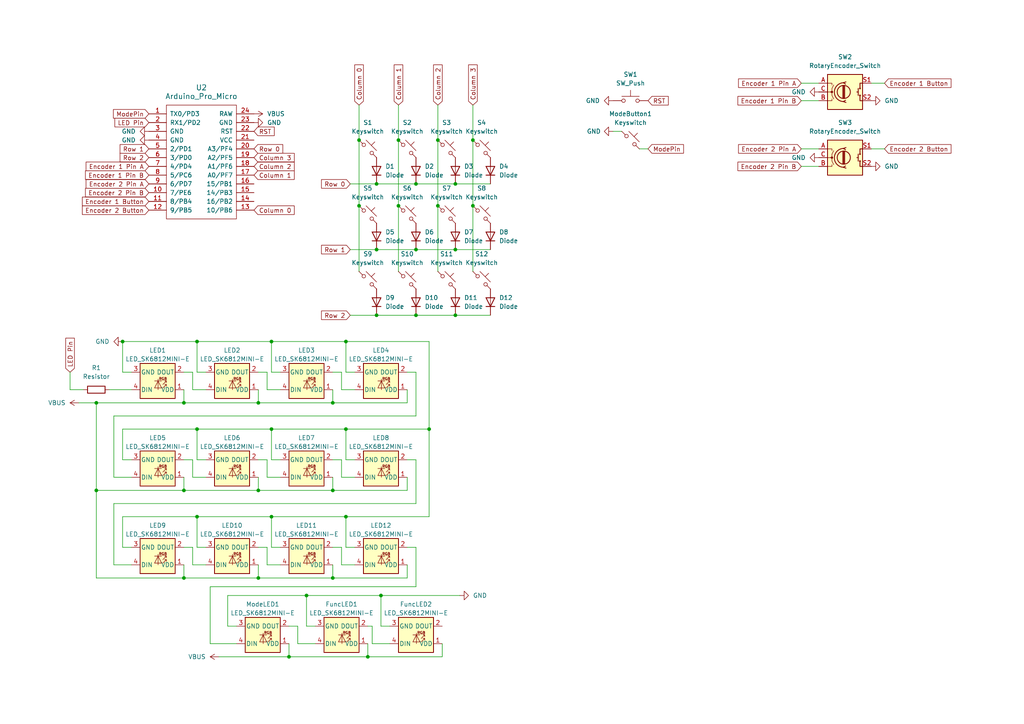
<source format=kicad_sch>
(kicad_sch (version 20230121) (generator eeschema)
  (paper "A4")
  (title_block (title "Macro PCB") (date "2024-04-06") (rev "2.2.001"))
  (lib_symbols
    (symbol "Device:RotaryEncoder_Switch" (pin_names (offset 0.254) hide)
      (property "Reference" "SW" (at 0 6.604 0))
      (property "Value" "RotaryEncoder_Switch" (at 0 -6.604 0))
      (symbol "RotaryEncoder_Switch_0_1"
        (rectangle (start -5.08 5.08) (end 5.08 -5.08) (stroke (width 0.254)) (fill (type background)))
        (circle (center -3.81 0) (radius 0.254) (fill (type outline)))
        (circle (center -0.381 0) (radius 1.905) (stroke (width 0.254)))
        (arc (start -0.381 2.667) (mid -3.0988 -0.0635) (end -0.381 -2.794) (stroke (width 0.254)))
        (polyline (pts (xy -0.635 -1.778) (xy -0.635 1.778)) (stroke (width 0.254)))
        (polyline (pts (xy -0.381 -1.778) (xy -0.381 1.778)) (stroke (width 0.254)))
        (polyline (pts (xy -0.127 1.778) (xy -0.127 -1.778)) (stroke (width 0.254)))
        (polyline (pts (xy 3.81 0) (xy 3.429 0)) (stroke (width 0.254)))
        (polyline (pts (xy 3.81 1.016) (xy 3.81 -1.016)) (stroke (width 0.254)))
        (polyline (pts (xy -5.08 -2.54) (xy -3.81 -2.54) (xy -3.81 -2.032)))
        (polyline (pts (xy -5.08 2.54) (xy -3.81 2.54) (xy -3.81 2.032)))
        (polyline (pts (xy 0.254 -3.048) (xy -0.508 -2.794) (xy 0.127 -2.413)) (stroke (width 0.254)))
        (polyline (pts (xy 0.254 2.921) (xy -0.508 2.667) (xy 0.127 2.286)) (stroke (width 0.254)))
        (polyline (pts (xy 5.08 -2.54) (xy 4.318 -2.54) (xy 4.318 -1.016)) (stroke (width 0.254)))
        (polyline (pts (xy 5.08 2.54) (xy 4.318 2.54) (xy 4.318 1.016)) (stroke (width 0.254)))
        (polyline (pts (xy -5.08 0) (xy -3.81 0) (xy -3.81 -1.016) (xy -3.302 -2.032)))
        (polyline (pts (xy -4.318 0) (xy -3.81 0) (xy -3.81 1.016) (xy -3.302 2.032)))
        (circle (center 4.318 -1.016) (radius 0.127) (stroke (width 0.254)))
        (circle (center 4.318 1.016) (radius 0.127) (stroke (width 0.254)))
      )
      (symbol "RotaryEncoder_Switch_1_1"
        (pin passive line (at -7.62 2.54 0) (length 2.54) (name "A") (number "A"))
        (pin passive line (at -7.62 -2.54 0) (length 2.54) (name "B") (number "B"))
        (pin passive line (at -7.62 0 0) (length 2.54) (name "C") (number "C"))
        (pin passive line (at 7.62 2.54 180) (length 2.54) (name "S1") (number "S1"))
        (pin passive line (at 7.62 -2.54 180) (length 2.54) (name "S2") (number "S2"))
      )
    )
    (symbol "ScottoKeebs:LED_SK6812MINI-E" (pin_names (offset 0.254))
      (property "Reference" "D" (at 5.08 5.715 0))
      (property "Value" "LED_SK6812MINI-E" (at 1.27 -5.715 0))
      (symbol "LED_SK6812MINI-E_0_0"
        (text "RGB" (at -1.524 -0.635 0) (effects (font (size 0.762 0.762))))
      )
      (symbol "LED_SK6812MINI-E_0_1"
        (rectangle (start -5.08 5.08) (end 5.08 -5.08) (stroke (width 0.254)) (fill (type background)))
        (polyline (pts (xy -2.54 0) (xy -2.032 0)))
        (polyline (pts (xy -2.54 1.016) (xy -2.032 1.016)))
        (polyline (pts (xy 0.889 0) (xy -1.143 0)))
        (polyline (pts (xy -1.524 1.016) (xy -2.54 0) (xy -2.54 0.508)))
        (polyline (pts (xy -1.524 2.032) (xy -2.54 1.016) (xy -2.54 1.524)))
        (polyline (pts (xy -0.127 2.54) (xy -0.127 0) (xy -0.127 -0.508)))
        (polyline (pts (xy 0.889 2.032) (xy -1.143 2.032) (xy -0.127 0) (xy 0.889 2.032)))
      )
      (symbol "LED_SK6812MINI-E_1_1"
        (pin power_in line (at -7.62 2.54 0) (length 2.54) (name "VDD") (number "1"))
        (pin output line (at -7.62 -2.54 0) (length 2.54) (name "DOUT") (number "2"))
        (pin output line (at 7.62 -2.54 180) (length 2.54) (name "GND") (number "3"))
        (pin input line (at 7.62 2.54 180) (length 2.54) (name "DIN") (number "4"))
      )
    )
    (symbol "ScottoKeebs:MCU_Arduino_Pro_Micro" (pin_names (offset 1.016))
      (property "Reference" "U" (at 0 0 0))
      (property "Value" "Arduino_Pro_Micro" (at 0 -19.05 0))
      (symbol "MCU_Arduino_Pro_Micro_0_1"
        (rectangle (start -10.16 16.51) (end 10.16 -16.51))
      )
      (symbol "MCU_Arduino_Pro_Micro_1_1"
        (pin input line (at -15.24 13.97 0) (length 5.08) (name "TX0/PD3") (number "1"))
        (pin input line (at -15.24 -8.89 0) (length 5.08) (name "7/PE6") (number "10"))
        (pin input line (at -15.24 -11.43 0) (length 5.08) (name "8/PB4") (number "11"))
        (pin input line (at -15.24 -13.97 0) (length 5.08) (name "9/PB5") (number "12"))
        (pin input line (at 15.24 -13.97 180) (length 5.08) (name "10/PB6") (number "13"))
        (pin input line (at 15.24 -11.43 180) (length 5.08) (name "16/PB2") (number "14"))
        (pin input line (at 15.24 -8.89 180) (length 5.08) (name "14/PB3") (number "15"))
        (pin input line (at 15.24 -6.35 180) (length 5.08) (name "15/PB1") (number "16"))
        (pin input line (at 15.24 -3.81 180) (length 5.08) (name "A0/PF7") (number "17"))
        (pin input line (at 15.24 -1.27 180) (length 5.08) (name "A1/PF6") (number "18"))
        (pin input line (at 15.24 1.27 180) (length 5.08) (name "A2/PF5") (number "19"))
        (pin input line (at -15.24 11.43 0) (length 5.08) (name "RX1/PD2") (number "2"))
        (pin input line (at 15.24 3.81 180) (length 5.08) (name "A3/PF4") (number "20"))
        (pin input line (at 15.24 6.35 180) (length 5.08) (name "VCC") (number "21"))
        (pin input line (at 15.24 8.89 180) (length 5.08) (name "RST") (number "22"))
        (pin input line (at 15.24 11.43 180) (length 5.08) (name "GND") (number "23"))
        (pin input line (at 15.24 13.97 180) (length 5.08) (name "RAW") (number "24"))
        (pin input line (at -15.24 8.89 0) (length 5.08) (name "GND") (number "3"))
        (pin input line (at -15.24 6.35 0) (length 5.08) (name "GND") (number "4"))
        (pin input line (at -15.24 3.81 0) (length 5.08) (name "2/PD1") (number "5"))
        (pin input line (at -15.24 1.27 0) (length 5.08) (name "3/PD0") (number "6"))
        (pin input line (at -15.24 -1.27 0) (length 5.08) (name "4/PD4") (number "7"))
        (pin input line (at -15.24 -3.81 0) (length 5.08) (name "5/PC6") (number "8"))
        (pin input line (at -15.24 -6.35 0) (length 5.08) (name "6/PD7") (number "9"))
      )
    )
    (symbol "ScottoKeebs:Placeholder_Diode" (pin_numbers hide) (pin_names hide)
      (property "Reference" "D" (at 0 2.54 0))
      (property "Value" "Diode" (at 0 -2.54 0))
      (symbol "Placeholder_Diode_0_1"
        (polyline (pts (xy -1.27 1.27) (xy -1.27 -1.27)) (stroke (width 0.254)))
        (polyline (pts (xy 1.27 0) (xy -1.27 0)))
        (polyline (pts (xy 1.27 1.27) (xy 1.27 -1.27) (xy -1.27 0) (xy 1.27 1.27)) (stroke (width 0.254)))
      )
      (symbol "Placeholder_Diode_1_1"
        (pin passive line (at -3.81 0 0) (length 2.54) (name "K") (number "1"))
        (pin passive line (at 3.81 0 180) (length 2.54) (name "A") (number "2"))
      )
    )
    (symbol "ScottoKeebs:Placeholder_Keyswitch" (pin_numbers hide) (pin_names (offset 1.016) hide)
      (property "Reference" "S" (at 3.048 1.016 0))
      (property "Value" "Keyswitch" (at 0 -3.81 0))
      (symbol "Placeholder_Keyswitch_0_1"
        (circle (center -1.1684 1.1684) (radius 0.508))
        (polyline (pts (xy -0.508 2.54) (xy 2.54 -0.508)))
        (polyline (pts (xy 1.016 1.016) (xy 2.032 2.032)))
        (polyline (pts (xy -2.54 2.54) (xy -1.524 1.524) (xy -1.524 1.524)))
        (polyline (pts (xy 1.524 -1.524) (xy 2.54 -2.54) (xy 2.54 -2.54) (xy 2.54 -2.54)))
        (circle (center 1.143 -1.1938) (radius 0.508))
        (pin passive line (at -2.54 2.54 0) (length 0) (name "1") (number "1"))
        (pin passive line (at 2.54 -2.54 180) (length 0) (name "2") (number "2"))
      )
    )
    (symbol "ScottoKeebs:Placeholder_Resistor" (pin_numbers hide) (pin_names (offset 0))
      (property "Reference" "R" (at 0 2.032 0))
      (property "Value" "Resistor" (at 0 -2.54 0))
      (symbol "Placeholder_Resistor_0_1"
        (rectangle (start 2.54 -1.016) (end -2.54 1.016) (stroke (width 0.254)))
      )
      (symbol "Placeholder_Resistor_1_1"
        (pin passive line (at -3.81 0 0) (length 1.27) (name "~") (number "1"))
        (pin passive line (at 3.81 0 180) (length 1.27) (name "~") (number "2"))
      )
    )
    (symbol "Switch:SW_Push" (pin_numbers hide) (pin_names (offset 1.016) hide)
      (property "Reference" "SW" (at 1.27 2.54 0))
      (property "Value" "SW_Push" (at 0 -1.524 0))
      (symbol "SW_Push_0_1"
        (circle (center -2.032 0) (radius 0.508))
        (polyline (pts (xy 0 1.27) (xy 0 3.048)))
        (polyline (pts (xy 2.54 1.27) (xy -2.54 1.27)))
        (circle (center 2.032 0) (radius 0.508))
        (pin passive line (at -5.08 0 0) (length 2.54) (name "1") (number "1"))
        (pin passive line (at 5.08 0 180) (length 2.54) (name "2") (number "2"))
      )
    )
    (symbol "power:GND" (power) (pin_names (offset 0))
      (property "Value" "GND" (at 0 -3.81 0))
      (symbol "GND_0_1"
        (polyline (pts (xy 0 0) (xy 0 -1.27) (xy 1.27 -1.27) (xy 0 -2.54) (xy -1.27 -1.27) (xy 0 -1.27)))
      )
      (symbol "GND_1_1"
        (pin power_in line (at 0 0 270) (length 0) hide (name "GND") (number "1"))
      )
    )
    (symbol "power:VBUS" (power) (pin_names (offset 0))
      (property "Value" "VBUS" (at 0 3.81 0))
      (symbol "VBUS_0_1"
        (polyline (pts (xy -0.762 1.27) (xy 0 2.54)))
        (polyline (pts (xy 0 0) (xy 0 2.54)))
        (polyline (pts (xy 0 2.54) (xy 0.762 1.27)))
      )
      (symbol "VBUS_1_1"
        (pin power_in line (at 0 0 90) (length 0) hide (name "VBUS") (number "1"))
      )
    )
  )
  (junction (at 96.52 116.84))
  (junction (at 78.74 124.46))
  (junction (at 127 40.64))
  (junction (at 120.65 72.39))
  (junction (at 53.34 116.84))
  (junction (at 57.15 149.86))
  (junction (at 74.93 116.84))
  (junction (at 74.93 167.64))
  (junction (at 132.08 72.39))
  (junction (at 137.16 59.69))
  (junction (at 109.22 53.34))
  (junction (at 88.9 172.72))
  (junction (at 53.34 167.64))
  (junction (at 57.15 124.46))
  (junction (at 106.68 190.5))
  (junction (at 96.52 167.64))
  (junction (at 137.16 40.64))
  (junction (at 109.22 91.44))
  (junction (at 127 59.69))
  (junction (at 100.33 149.86))
  (junction (at 104.14 59.69))
  (junction (at 27.94 142.24))
  (junction (at 124.46 124.46))
  (junction (at 120.65 91.44))
  (junction (at 115.57 59.69))
  (junction (at 78.74 99.06))
  (junction (at 53.34 142.24))
  (junction (at 78.74 149.86))
  (junction (at 115.57 40.64))
  (junction (at 120.65 53.34))
  (junction (at 109.22 72.39))
  (junction (at 83.82 190.5))
  (junction (at 100.33 99.06))
  (junction (at 27.94 116.84))
  (junction (at 74.93 142.24))
  (junction (at 110.49 172.72))
  (junction (at 104.14 40.64))
  (junction (at 132.08 53.34))
  (junction (at 35.56 99.06))
  (junction (at 96.52 142.24))
  (junction (at 132.08 91.44))
  (junction (at 57.15 99.06))
  (junction (at 100.33 124.46))
  (wire (pts (xy 106.68 186.69) (xy 106.68 190.5)))
  (wire (pts (xy 124.46 149.86) (xy 100.33 149.86)))
  (wire (pts (xy 53.34 142.24) (xy 74.93 142.24)))
  (wire (pts (xy 118.11 163.83) (xy 118.11 167.64)))
  (wire (pts (xy 118.11 138.43) (xy 118.11 142.24)))
  (wire (pts (xy 96.52 113.03) (xy 96.52 116.84)))
  (wire (pts (xy 74.93 138.43) (xy 74.93 142.24)))
  (wire (pts (xy 78.74 107.95) (xy 81.28 107.95)))
  (wire (pts (xy 35.56 99.06) (xy 35.56 107.95)))
  (wire (pts (xy 120.65 72.39) (xy 132.08 72.39)))
  (wire (pts (xy 109.22 53.34) (xy 120.65 53.34)))
  (wire (pts (xy 137.16 59.69) (xy 137.16 78.74)))
  (wire (pts (xy 120.65 170.18) (xy 60.96 170.18)))
  (wire (pts (xy 113.03 181.61) (xy 110.49 181.61)))
  (wire (pts (xy 115.57 59.69) (xy 115.57 78.74)))
  (wire (pts (xy 53.34 133.35) (xy 55.88 133.35)))
  (wire (pts (xy 88.9 181.61) (xy 88.9 172.72)))
  (wire (pts (xy 99.06 133.35) (xy 99.06 138.43)))
  (wire (pts (xy 22.86 116.84) (xy 27.94 116.84)))
  (wire (pts (xy 120.65 53.34) (xy 132.08 53.34)))
  (wire (pts (xy 110.49 172.72) (xy 133.35 172.72)))
  (wire (pts (xy 78.74 124.46) (xy 78.74 133.35)))
  (wire (pts (xy 77.47 107.95) (xy 77.47 113.03)))
  (wire (pts (xy 252.73 43.18) (xy 256.54 43.18)))
  (wire (pts (xy 100.33 158.75) (xy 102.87 158.75)))
  (wire (pts (xy 57.15 149.86) (xy 35.56 149.86)))
  (wire (pts (xy 33.02 120.65) (xy 33.02 138.43)))
  (wire (pts (xy 177.8 38.1) (xy 180.34 38.1)))
  (wire (pts (xy 86.36 181.61) (xy 86.36 186.69)))
  (wire (pts (xy 104.14 30.48) (xy 104.14 40.64)))
  (wire (pts (xy 53.34 167.64) (xy 53.34 163.83)))
  (wire (pts (xy 232.41 48.26) (xy 237.49 48.26)))
  (wire (pts (xy 137.16 30.48) (xy 137.16 40.64)))
  (wire (pts (xy 57.15 133.35) (xy 59.69 133.35)))
  (wire (pts (xy 185.42 43.18) (xy 187.96 43.18)))
  (wire (pts (xy 124.46 124.46) (xy 124.46 149.86)))
  (wire (pts (xy 27.94 142.24) (xy 27.94 116.84)))
  (wire (pts (xy 83.82 186.69) (xy 83.82 190.5)))
  (wire (pts (xy 78.74 133.35) (xy 81.28 133.35)))
  (wire (pts (xy 96.52 167.64) (xy 118.11 167.64)))
  (wire (pts (xy 57.15 99.06) (xy 57.15 107.95)))
  (wire (pts (xy 78.74 124.46) (xy 57.15 124.46)))
  (wire (pts (xy 53.34 107.95) (xy 55.88 107.95)))
  (wire (pts (xy 68.58 181.61) (xy 66.04 181.61)))
  (wire (pts (xy 109.22 72.39) (xy 120.65 72.39)))
  (wire (pts (xy 99.06 163.83) (xy 102.87 163.83)))
  (wire (pts (xy 57.15 124.46) (xy 35.56 124.46)))
  (wire (pts (xy 35.56 107.95) (xy 38.1 107.95)))
  (wire (pts (xy 99.06 158.75) (xy 99.06 163.83)))
  (wire (pts (xy 57.15 149.86) (xy 57.15 158.75)))
  (wire (pts (xy 78.74 99.06) (xy 57.15 99.06)))
  (wire (pts (xy 120.65 158.75) (xy 120.65 170.18)))
  (wire (pts (xy 55.88 107.95) (xy 55.88 113.03)))
  (wire (pts (xy 60.96 170.18) (xy 60.96 186.69)))
  (wire (pts (xy 27.94 167.64) (xy 27.94 142.24)))
  (wire (pts (xy 100.33 107.95) (xy 102.87 107.95)))
  (wire (pts (xy 128.27 186.69) (xy 128.27 190.5)))
  (wire (pts (xy 252.73 24.13) (xy 256.54 24.13)))
  (wire (pts (xy 20.32 107.95) (xy 20.32 113.03)))
  (wire (pts (xy 60.96 186.69) (xy 68.58 186.69)))
  (wire (pts (xy 115.57 30.48) (xy 115.57 40.64)))
  (wire (pts (xy 232.41 24.13) (xy 237.49 24.13)))
  (wire (pts (xy 118.11 158.75) (xy 120.65 158.75)))
  (wire (pts (xy 232.41 43.18) (xy 237.49 43.18)))
  (wire (pts (xy 132.08 72.39) (xy 142.24 72.39)))
  (wire (pts (xy 55.88 163.83) (xy 59.69 163.83)))
  (wire (pts (xy 55.88 158.75) (xy 55.88 163.83)))
  (wire (pts (xy 120.65 120.65) (xy 33.02 120.65)))
  (wire (pts (xy 57.15 99.06) (xy 35.56 99.06)))
  (wire (pts (xy 120.65 107.95) (xy 120.65 120.65)))
  (wire (pts (xy 99.06 107.95) (xy 99.06 113.03)))
  (wire (pts (xy 96.52 163.83) (xy 96.52 167.64)))
  (wire (pts (xy 100.33 149.86) (xy 78.74 149.86)))
  (wire (pts (xy 124.46 99.06) (xy 124.46 124.46)))
  (wire (pts (xy 100.33 99.06) (xy 100.33 107.95)))
  (wire (pts (xy 74.93 167.64) (xy 96.52 167.64)))
  (wire (pts (xy 99.06 138.43) (xy 102.87 138.43)))
  (wire (pts (xy 99.06 113.03) (xy 102.87 113.03)))
  (wire (pts (xy 55.88 133.35) (xy 55.88 138.43)))
  (wire (pts (xy 35.56 158.75) (xy 38.1 158.75)))
  (wire (pts (xy 57.15 107.95) (xy 59.69 107.95)))
  (wire (pts (xy 66.04 181.61) (xy 66.04 172.72)))
  (wire (pts (xy 63.5 190.5) (xy 83.82 190.5)))
  (wire (pts (xy 96.52 116.84) (xy 118.11 116.84)))
  (wire (pts (xy 35.56 133.35) (xy 38.1 133.35)))
  (wire (pts (xy 100.33 133.35) (xy 102.87 133.35)))
  (wire (pts (xy 100.33 99.06) (xy 124.46 99.06)))
  (wire (pts (xy 83.82 190.5) (xy 106.68 190.5)))
  (wire (pts (xy 74.93 158.75) (xy 77.47 158.75)))
  (wire (pts (xy 120.65 91.44) (xy 132.08 91.44)))
  (wire (pts (xy 96.52 107.95) (xy 99.06 107.95)))
  (wire (pts (xy 57.15 158.75) (xy 59.69 158.75)))
  (wire (pts (xy 101.6 91.44) (xy 109.22 91.44)))
  (wire (pts (xy 53.34 142.24) (xy 53.34 138.43)))
  (wire (pts (xy 77.47 163.83) (xy 81.28 163.83)))
  (wire (pts (xy 35.56 124.46) (xy 35.56 133.35)))
  (wire (pts (xy 53.34 167.64) (xy 74.93 167.64)))
  (wire (pts (xy 100.33 149.86) (xy 100.33 158.75)))
  (wire (pts (xy 100.33 124.46) (xy 78.74 124.46)))
  (wire (pts (xy 96.52 142.24) (xy 118.11 142.24)))
  (wire (pts (xy 96.52 133.35) (xy 99.06 133.35)))
  (wire (pts (xy 118.11 133.35) (xy 120.65 133.35)))
  (wire (pts (xy 109.22 91.44) (xy 120.65 91.44)))
  (wire (pts (xy 106.68 181.61) (xy 107.95 181.61)))
  (wire (pts (xy 35.56 149.86) (xy 35.56 158.75)))
  (wire (pts (xy 137.16 40.64) (xy 137.16 59.69)))
  (wire (pts (xy 100.33 99.06) (xy 78.74 99.06)))
  (wire (pts (xy 86.36 186.69) (xy 91.44 186.69)))
  (wire (pts (xy 83.82 181.61) (xy 86.36 181.61)))
  (wire (pts (xy 74.93 107.95) (xy 77.47 107.95)))
  (wire (pts (xy 110.49 181.61) (xy 110.49 172.72)))
  (wire (pts (xy 127 40.64) (xy 127 59.69)))
  (wire (pts (xy 115.57 40.64) (xy 115.57 59.69)))
  (wire (pts (xy 78.74 149.86) (xy 78.74 158.75)))
  (wire (pts (xy 77.47 113.03) (xy 81.28 113.03)))
  (wire (pts (xy 78.74 99.06) (xy 78.74 107.95)))
  (wire (pts (xy 101.6 72.39) (xy 109.22 72.39)))
  (wire (pts (xy 53.34 158.75) (xy 55.88 158.75)))
  (wire (pts (xy 101.6 53.34) (xy 109.22 53.34)))
  (wire (pts (xy 77.47 138.43) (xy 81.28 138.43)))
  (wire (pts (xy 107.95 186.69) (xy 113.03 186.69)))
  (wire (pts (xy 106.68 190.5) (xy 128.27 190.5)))
  (wire (pts (xy 132.08 53.34) (xy 142.24 53.34)))
  (wire (pts (xy 74.93 113.03) (xy 74.93 116.84)))
  (wire (pts (xy 74.93 116.84) (xy 96.52 116.84)))
  (wire (pts (xy 57.15 124.46) (xy 57.15 133.35)))
  (wire (pts (xy 91.44 181.61) (xy 88.9 181.61)))
  (wire (pts (xy 120.65 133.35) (xy 120.65 146.05)))
  (wire (pts (xy 33.02 146.05) (xy 33.02 163.83)))
  (wire (pts (xy 66.04 172.72) (xy 88.9 172.72)))
  (wire (pts (xy 96.52 158.75) (xy 99.06 158.75)))
  (wire (pts (xy 31.75 113.03) (xy 38.1 113.03)))
  (wire (pts (xy 53.34 116.84) (xy 74.93 116.84)))
  (wire (pts (xy 55.88 138.43) (xy 59.69 138.43)))
  (wire (pts (xy 53.34 116.84) (xy 53.34 113.03)))
  (wire (pts (xy 88.9 172.72) (xy 110.49 172.72)))
  (wire (pts (xy 77.47 158.75) (xy 77.47 163.83)))
  (wire (pts (xy 33.02 163.83) (xy 38.1 163.83)))
  (wire (pts (xy 20.32 113.03) (xy 24.13 113.03)))
  (wire (pts (xy 118.11 113.03) (xy 118.11 116.84)))
  (wire (pts (xy 27.94 167.64) (xy 53.34 167.64)))
  (wire (pts (xy 55.88 113.03) (xy 59.69 113.03)))
  (wire (pts (xy 124.46 124.46) (xy 100.33 124.46)))
  (wire (pts (xy 100.33 124.46) (xy 100.33 133.35)))
  (wire (pts (xy 127 59.69) (xy 127 78.74)))
  (wire (pts (xy 33.02 138.43) (xy 38.1 138.43)))
  (wire (pts (xy 27.94 142.24) (xy 53.34 142.24)))
  (wire (pts (xy 78.74 158.75) (xy 81.28 158.75)))
  (wire (pts (xy 74.93 133.35) (xy 77.47 133.35)))
  (wire (pts (xy 27.94 116.84) (xy 53.34 116.84)))
  (wire (pts (xy 78.74 149.86) (xy 57.15 149.86)))
  (wire (pts (xy 107.95 181.61) (xy 107.95 186.69)))
  (wire (pts (xy 74.93 163.83) (xy 74.93 167.64)))
  (wire (pts (xy 96.52 138.43) (xy 96.52 142.24)))
  (wire (pts (xy 127 30.48) (xy 127 40.64)))
  (wire (pts (xy 232.41 29.21) (xy 237.49 29.21)))
  (wire (pts (xy 77.47 133.35) (xy 77.47 138.43)))
  (wire (pts (xy 104.14 78.74) (xy 104.14 59.69)))
  (wire (pts (xy 120.65 146.05) (xy 33.02 146.05)))
  (wire (pts (xy 74.93 142.24) (xy 96.52 142.24)))
  (wire (pts (xy 118.11 107.95) (xy 120.65 107.95)))
  (wire (pts (xy 132.08 91.44) (xy 142.24 91.44)))
  (wire (pts (xy 104.14 40.64) (xy 104.14 59.69)))
  (global_label "RST" (shape input) (at 187.96 29.21 0) (property "Intersheetrefs" "${INTERSHEET_REFS}" (effects hide)))
  (global_label "LED Pin" (shape input) (at 43.18 35.56 180) (property "Intersheetrefs" "${INTERSHEET_REFS}" (effects hide)))
  (global_label "Encoder 2 Button" (shape input) (at 43.18 60.96 180) (property "Intersheetrefs" "${INTERSHEET_REFS}" (effects hide)))
  (global_label "Encoder 1 Button" (shape input) (at 256.54 24.13 0) (property "Intersheetrefs" "${INTERSHEET_REFS}" (effects hide)))
  (global_label "Column 2" (shape input) (at 127 30.48 90) (property "Intersheetrefs" "${INTERSHEET_REFS}" (effects hide)))
  (global_label "Row 1" (shape input) (at 43.18 43.18 180) (property "Intersheetrefs" "${INTERSHEET_REFS}" (effects hide)))
  (global_label "Column 2" (shape input) (at 73.66 48.26 0) (property "Intersheetrefs" "${INTERSHEET_REFS}" (effects hide)))
  (global_label "Row 0" (shape input) (at 101.6 53.34 180) (property "Intersheetrefs" "${INTERSHEET_REFS}" (effects hide)))
  (global_label "ModePin" (shape input) (at 43.18 33.02 180) (property "Intersheetrefs" "${INTERSHEET_REFS}" (effects hide)))
  (global_label "Encoder 2 Button" (shape input) (at 256.54 43.18 0) (property "Intersheetrefs" "${INTERSHEET_REFS}" (effects hide)))
  (global_label "Encoder 2 Pin B" (shape input) (at 232.41 48.26 180) (property "Intersheetrefs" "${INTERSHEET_REFS}" (effects hide)))
  (global_label "LED Pin" (shape input) (at 20.32 107.95 90) (property "Intersheetrefs" "${INTERSHEET_REFS}" (effects hide)))
  (global_label "Row 2" (shape input) (at 101.6 91.44 180) (property "Intersheetrefs" "${INTERSHEET_REFS}" (effects hide)))
  (global_label "RST" (shape input) (at 73.66 38.1 0) (property "Intersheetrefs" "${INTERSHEET_REFS}" (effects hide)))
  (global_label "Encoder 2 Pin A" (shape input) (at 43.18 53.34 180) (property "Intersheetrefs" "${INTERSHEET_REFS}" (effects hide)))
  (global_label "Encoder 1 Pin B" (shape input) (at 232.41 29.21 180) (property "Intersheetrefs" "${INTERSHEET_REFS}" (effects hide)))
  (global_label "Encoder 2 Pin B" (shape input) (at 43.18 55.88 180) (property "Intersheetrefs" "${INTERSHEET_REFS}" (effects hide)))
  (global_label "Column 3" (shape input) (at 137.16 30.48 90) (property "Intersheetrefs" "${INTERSHEET_REFS}" (effects hide)))
  (global_label "Column 0" (shape input) (at 104.14 30.48 90) (property "Intersheetrefs" "${INTERSHEET_REFS}" (effects hide)))
  (global_label "Column 1" (shape input) (at 73.66 50.8 0) (property "Intersheetrefs" "${INTERSHEET_REFS}" (effects hide)))
  (global_label "Row 2" (shape input) (at 43.18 45.72 180) (property "Intersheetrefs" "${INTERSHEET_REFS}" (effects hide)))
  (global_label "Encoder 1 Pin A" (shape input) (at 43.18 48.26 180) (property "Intersheetrefs" "${INTERSHEET_REFS}" (effects hide)))
  (global_label "Encoder 1 Pin B" (shape input) (at 43.18 50.8 180) (property "Intersheetrefs" "${INTERSHEET_REFS}" (effects hide)))
  (global_label "ModePin" (shape input) (at 187.96 43.18 0) (property "Intersheetrefs" "${INTERSHEET_REFS}" (effects hide)))
  (global_label "Row 0" (shape input) (at 73.66 43.18 0) (property "Intersheetrefs" "${INTERSHEET_REFS}" (effects hide)))
  (global_label "Encoder 2 Pin A" (shape input) (at 232.41 43.18 180) (property "Intersheetrefs" "${INTERSHEET_REFS}" (effects hide)))
  (global_label "Encoder 1 Pin A" (shape input) (at 232.41 24.13 180) (property "Intersheetrefs" "${INTERSHEET_REFS}" (effects hide)))
  (global_label "Column 1" (shape input) (at 115.57 30.48 90) (property "Intersheetrefs" "${INTERSHEET_REFS}" (effects hide)))
  (global_label "Column 3" (shape input) (at 73.66 45.72 0) (property "Intersheetrefs" "${INTERSHEET_REFS}" (effects hide)))
  (global_label "Row 1" (shape input) (at 101.6 72.39 180) (property "Intersheetrefs" "${INTERSHEET_REFS}" (effects hide)))
  (global_label "Column 0" (shape input) (at 73.66 60.96 0) (property "Intersheetrefs" "${INTERSHEET_REFS}" (effects hide)))
  (global_label "Encoder 1 Button" (shape input) (at 43.18 58.42 180) (property "Intersheetrefs" "${INTERSHEET_REFS}" (effects hide)))
  (symbol (lib_id "ScottoKeebs:Placeholder_Keyswitch") (at 182.88 40.64 0) (unit 1)
    (property "Reference" "ModeButton1" (at 182.88 33.02 0))
    (property "Value" "Keyswitch" (at 182.88 35.56 0))
    (property "Footprint" "ScottoKeebs_Hotswap:Hotswap_MX_Plated_1.00u" (effects hide))
  )
  (symbol (lib_id "power:GND") (at 133.35 172.72 90) (unit 1)
    (property "Reference" "#PWR04" (effects hide))
    (property "Value" "GND" (at 137.16 172.72 90) (effects (justify right)))
  )
  (symbol (lib_id "ScottoKeebs:Placeholder_Diode") (at 109.22 49.53 90) (unit 1)
    (property "Reference" "D1" (at 111.76 48.26 90) (effects (justify right)))
    (property "Value" "Diode" (at 111.76 50.8 90) (effects (justify right)))
    (property "Footprint" "ScottoKeebs_Components:Diode_SOD-123" (effects hide))
    (property "Sim.Device" "D" (effects hide))
    (property "Sim.Pins" "1=K 2=A" (effects hide))
  )
  (symbol (lib_id "ScottoKeebs:LED_SK6812MINI-E") (at 45.72 135.89 180) (unit 1)
    (property "Reference" "LED5" (at 45.72 127 0))
    (property "Value" "LED_SK6812MINI-E" (at 45.72 129.54 0))
    (property "Footprint" "ScottoKeebs_Components:LED_SK6812MINI-E" (effects hide))
    (property "Datasheet" "https://cdn-shop.adafruit.com/product-files/2686/SK6812MINI_REV.01-1-2.pdf" (effects hide))
  )
  (symbol (lib_id "power:GND") (at 177.8 38.1 270) (unit 1)
    (property "Reference" "#PWR037" (effects hide))
    (property "Value" "GND" (at 170.18 38.1 90) (effects (justify left)))
  )
  (symbol (lib_id "ScottoKeebs:Placeholder_Keyswitch") (at 139.7 81.28 0) (unit 1)
    (property "Reference" "S12" (at 139.7 73.66 0))
    (property "Value" "Keyswitch" (at 139.7 76.2 0))
    (property "Footprint" "ScottoKeebs_Hotswap:Hotswap_MX_Plated_1.00u" (effects hide))
  )
  (symbol (lib_id "ScottoKeebs:LED_SK6812MINI-E") (at 120.65 184.15 180) (unit 1)
    (property "Reference" "FuncLED2" (at 120.65 175.26 0))
    (property "Value" "LED_SK6812MINI-E" (at 120.65 177.8 0))
    (property "Footprint" "ScottoKeebs_Components:LED_SK6812MINI-E" (effects hide))
    (property "Datasheet" "https://cdn-shop.adafruit.com/product-files/2686/SK6812MINI_REV.01-1-2.pdf" (effects hide))
  )
  (symbol (lib_id "ScottoKeebs:LED_SK6812MINI-E") (at 88.9 135.89 180) (unit 1)
    (property "Reference" "LED7" (at 88.9 127 0))
    (property "Value" "LED_SK6812MINI-E" (at 88.9 129.54 0))
    (property "Footprint" "ScottoKeebs_Components:LED_SK6812MINI-E" (effects hide))
    (property "Datasheet" "https://cdn-shop.adafruit.com/product-files/2686/SK6812MINI_REV.01-1-2.pdf" (effects hide))
  )
  (symbol (lib_id "ScottoKeebs:LED_SK6812MINI-E") (at 99.06 184.15 180) (unit 1)
    (property "Reference" "FuncLED1" (at 99.06 175.26 0))
    (property "Value" "LED_SK6812MINI-E" (at 99.06 177.8 0))
    (property "Footprint" "ScottoKeebs_Components:LED_SK6812MINI-E" (effects hide))
    (property "Datasheet" "https://cdn-shop.adafruit.com/product-files/2686/SK6812MINI_REV.01-1-2.pdf" (effects hide))
  )
  (symbol (lib_id "ScottoKeebs:LED_SK6812MINI-E") (at 76.2 184.15 180) (unit 1)
    (property "Reference" "ModeLED1" (at 76.2 175.26 0))
    (property "Value" "LED_SK6812MINI-E" (at 76.2 177.8 0))
    (property "Footprint" "ScottoKeebs_Components:LED_SK6812MINI-E" (effects hide))
    (property "Datasheet" "https://cdn-shop.adafruit.com/product-files/2686/SK6812MINI_REV.01-1-2.pdf" (effects hide))
  )
  (symbol (lib_id "ScottoKeebs:MCU_Arduino_Pro_Micro") (at 58.42 46.99 0) (unit 1)
    (property "Reference" "U2" (at 58.42 25.4 0) (effects (font (size 1.524 1.524))))
    (property "Value" "Arduino_Pro_Micro" (at 58.42 27.94 0) (effects (font (size 1.524 1.524))))
    (property "Footprint" "ScottoKeebs_MCU:Arduino_Pro_Micro" (effects hide))
  )
  (symbol (lib_id "ScottoKeebs:Placeholder_Diode") (at 142.24 87.63 90) (unit 1)
    (property "Reference" "D12" (at 144.78 86.36 90) (effects (justify right)))
    (property "Value" "Diode" (at 144.78 88.9 90) (effects (justify right)))
    (property "Footprint" "ScottoKeebs_Components:Diode_SOD-123" (effects hide))
    (property "Sim.Device" "D" (effects hide))
    (property "Sim.Pins" "1=K 2=A" (effects hide))
  )
  (symbol (lib_id "power:GND") (at 237.49 26.67 270) (unit 1)
    (property "Reference" "#PWR038" (effects hide))
    (property "Value" "GND" (at 233.68 26.67 90) (effects (justify right)))
  )
  (symbol (lib_id "power:GND") (at 43.18 40.64 270) (unit 1)
    (property "Reference" "#PWR08" (effects hide))
    (property "Value" "GND" (at 39.37 40.64 90) (effects (justify right)))
  )
  (symbol (lib_id "ScottoKeebs:Placeholder_Keyswitch") (at 129.54 62.23 0) (unit 1)
    (property "Reference" "S7" (at 129.54 54.61 0))
    (property "Value" "Keyswitch" (at 129.54 57.15 0))
    (property "Footprint" "ScottoKeebs_Hotswap:Hotswap_MX_Plated_1.00u" (effects hide))
  )
  (symbol (lib_id "ScottoKeebs:Placeholder_Diode") (at 132.08 49.53 90) (unit 1)
    (property "Reference" "D3" (at 134.62 48.26 90) (effects (justify right)))
    (property "Value" "Diode" (at 134.62 50.8 90) (effects (justify right)))
    (property "Footprint" "ScottoKeebs_Components:Diode_SOD-123" (effects hide))
    (property "Sim.Device" "D" (effects hide))
    (property "Sim.Pins" "1=K 2=A" (effects hide))
  )
  (symbol (lib_id "ScottoKeebs:Placeholder_Diode") (at 142.24 49.53 90) (unit 1)
    (property "Reference" "D4" (at 144.78 48.26 90) (effects (justify right)))
    (property "Value" "Diode" (at 144.78 50.8 90) (effects (justify right)))
    (property "Footprint" "ScottoKeebs_Components:Diode_SOD-123" (effects hide))
    (property "Sim.Device" "D" (effects hide))
    (property "Sim.Pins" "1=K 2=A" (effects hide))
  )
  (symbol (lib_id "power:GND") (at 73.66 35.56 90) (unit 1)
    (property "Reference" "#PWR012" (effects hide))
    (property "Value" "GND" (at 77.47 35.56 90) (effects (justify right)))
  )
  (symbol (lib_id "ScottoKeebs:Placeholder_Diode") (at 120.65 49.53 90) (unit 1)
    (property "Reference" "D2" (at 123.19 48.26 90) (effects (justify right)))
    (property "Value" "Diode" (at 123.19 50.8 90) (effects (justify right)))
    (property "Footprint" "ScottoKeebs_Components:Diode_SOD-123" (effects hide))
    (property "Sim.Device" "D" (effects hide))
    (property "Sim.Pins" "1=K 2=A" (effects hide))
  )
  (symbol (lib_id "ScottoKeebs:LED_SK6812MINI-E") (at 110.49 135.89 180) (unit 1)
    (property "Reference" "LED8" (at 110.49 127 0))
    (property "Value" "LED_SK6812MINI-E" (at 110.49 129.54 0))
    (property "Footprint" "ScottoKeebs_Components:LED_SK6812MINI-E" (effects hide))
    (property "Datasheet" "https://cdn-shop.adafruit.com/product-files/2686/SK6812MINI_REV.01-1-2.pdf" (effects hide))
  )
  (symbol (lib_id "ScottoKeebs:LED_SK6812MINI-E") (at 110.49 110.49 180) (unit 1)
    (property "Reference" "LED4" (at 110.49 101.6 0))
    (property "Value" "LED_SK6812MINI-E" (at 110.49 104.14 0))
    (property "Footprint" "ScottoKeebs_Components:LED_SK6812MINI-E" (effects hide))
    (property "Datasheet" "https://cdn-shop.adafruit.com/product-files/2686/SK6812MINI_REV.01-1-2.pdf" (effects hide))
  )
  (symbol (lib_id "power:VBUS") (at 22.86 116.84 90) (unit 1)
    (property "Reference" "#PWR042" (effects hide))
    (property "Value" "VBUS" (at 19.05 116.84 90) (effects (justify left)))
  )
  (symbol (lib_id "ScottoKeebs:LED_SK6812MINI-E") (at 67.31 110.49 180) (unit 1)
    (property "Reference" "LED2" (at 67.31 101.6 0))
    (property "Value" "LED_SK6812MINI-E" (at 67.31 104.14 0))
    (property "Footprint" "ScottoKeebs_Components:LED_SK6812MINI-E" (effects hide))
    (property "Datasheet" "https://cdn-shop.adafruit.com/product-files/2686/SK6812MINI_REV.01-1-2.pdf" (effects hide))
  )
  (symbol (lib_id "ScottoKeebs:Placeholder_Diode") (at 120.65 68.58 90) (unit 1)
    (property "Reference" "D6" (at 123.19 67.31 90) (effects (justify right)))
    (property "Value" "Diode" (at 123.19 69.85 90) (effects (justify right)))
    (property "Footprint" "ScottoKeebs_Components:Diode_SOD-123" (effects hide))
    (property "Sim.Device" "D" (effects hide))
    (property "Sim.Pins" "1=K 2=A" (effects hide))
  )
  (symbol (lib_id "ScottoKeebs:LED_SK6812MINI-E") (at 45.72 110.49 180) (unit 1)
    (property "Reference" "LED1" (at 45.72 101.6 0))
    (property "Value" "LED_SK6812MINI-E" (at 45.72 104.14 0))
    (property "Footprint" "ScottoKeebs_Components:LED_SK6812MINI-E" (effects hide))
    (property "Datasheet" "https://cdn-shop.adafruit.com/product-files/2686/SK6812MINI_REV.01-1-2.pdf" (effects hide))
  )
  (symbol (lib_id "power:GND") (at 35.56 99.06 270) (unit 1)
    (property "Reference" "#PWR043" (effects hide))
    (property "Value" "GND" (at 31.75 99.06 90) (effects (justify right)))
  )
  (symbol (lib_id "ScottoKeebs:Placeholder_Keyswitch") (at 129.54 43.18 0) (unit 1)
    (property "Reference" "S3" (at 129.54 35.56 0))
    (property "Value" "Keyswitch" (at 129.54 38.1 0))
    (property "Footprint" "ScottoKeebs_Hotswap:Hotswap_MX_Plated_1.00u" (effects hide))
  )
  (symbol (lib_id "ScottoKeebs:Placeholder_Diode") (at 109.22 87.63 90) (unit 1)
    (property "Reference" "D9" (at 111.76 86.36 90) (effects (justify right)))
    (property "Value" "Diode" (at 111.76 88.9 90) (effects (justify right)))
    (property "Footprint" "ScottoKeebs_Components:Diode_SOD-123" (effects hide))
    (property "Sim.Device" "D" (effects hide))
    (property "Sim.Pins" "1=K 2=A" (effects hide))
  )
  (symbol (lib_id "ScottoKeebs:Placeholder_Keyswitch") (at 129.54 81.28 0) (unit 1)
    (property "Reference" "S11" (at 129.54 73.66 0))
    (property "Value" "Keyswitch" (at 129.54 76.2 0))
    (property "Footprint" "ScottoKeebs_Hotswap:Hotswap_MX_Plated_1.00u" (effects hide))
  )
  (symbol (lib_id "ScottoKeebs:LED_SK6812MINI-E") (at 67.31 135.89 180) (unit 1)
    (property "Reference" "LED6" (at 67.31 127 0))
    (property "Value" "LED_SK6812MINI-E" (at 67.31 129.54 0))
    (property "Footprint" "ScottoKeebs_Components:LED_SK6812MINI-E" (effects hide))
    (property "Datasheet" "https://cdn-shop.adafruit.com/product-files/2686/SK6812MINI_REV.01-1-2.pdf" (effects hide))
  )
  (symbol (lib_id "ScottoKeebs:LED_SK6812MINI-E") (at 88.9 110.49 180) (unit 1)
    (property "Reference" "LED3" (at 88.9 101.6 0))
    (property "Value" "LED_SK6812MINI-E" (at 88.9 104.14 0))
    (property "Footprint" "ScottoKeebs_Components:LED_SK6812MINI-E" (effects hide))
    (property "Datasheet" "https://cdn-shop.adafruit.com/product-files/2686/SK6812MINI_REV.01-1-2.pdf" (effects hide))
  )
  (symbol (lib_id "power:GND") (at 252.73 29.21 90) (unit 1)
    (property "Reference" "#PWR040" (effects hide))
    (property "Value" "GND" (at 256.54 29.21 90) (effects (justify right)))
  )
  (symbol (lib_id "ScottoKeebs:Placeholder_Keyswitch") (at 139.7 62.23 0) (unit 1)
    (property "Reference" "S8" (at 139.7 54.61 0))
    (property "Value" "Keyswitch" (at 139.7 57.15 0))
    (property "Footprint" "ScottoKeebs_Hotswap:Hotswap_MX_Plated_1.00u" (effects hide))
  )
  (symbol (lib_id "power:VBUS") (at 63.5 190.5 90) (unit 1)
    (property "Reference" "#PWR03" (effects hide))
    (property "Value" "VBUS" (at 59.69 190.5 90) (effects (justify left)))
  )
  (symbol (lib_id "ScottoKeebs:Placeholder_Diode") (at 120.65 87.63 90) (unit 1)
    (property "Reference" "D10" (at 123.19 86.36 90) (effects (justify right)))
    (property "Value" "Diode" (at 123.19 88.9 90) (effects (justify right)))
    (property "Footprint" "ScottoKeebs_Components:Diode_SOD-123" (effects hide))
    (property "Sim.Device" "D" (effects hide))
    (property "Sim.Pins" "1=K 2=A" (effects hide))
  )
  (symbol (lib_id "ScottoKeebs:Placeholder_Diode") (at 132.08 68.58 90) (unit 1)
    (property "Reference" "D7" (at 134.62 67.31 90) (effects (justify right)))
    (property "Value" "Diode" (at 134.62 69.85 90) (effects (justify right)))
    (property "Footprint" "ScottoKeebs_Components:Diode_SOD-123" (effects hide))
    (property "Sim.Device" "D" (effects hide))
    (property "Sim.Pins" "1=K 2=A" (effects hide))
  )
  (symbol (lib_id "ScottoKeebs:LED_SK6812MINI-E") (at 110.49 161.29 180) (unit 1)
    (property "Reference" "LED12" (at 110.49 152.4 0))
    (property "Value" "LED_SK6812MINI-E" (at 110.49 154.94 0))
    (property "Footprint" "ScottoKeebs_Components:LED_SK6812MINI-E" (effects hide))
    (property "Datasheet" "https://cdn-shop.adafruit.com/product-files/2686/SK6812MINI_REV.01-1-2.pdf" (effects hide))
  )
  (symbol (lib_id "ScottoKeebs:Placeholder_Keyswitch") (at 106.68 43.18 0) (unit 1)
    (property "Reference" "S1" (at 106.68 35.56 0))
    (property "Value" "Keyswitch" (at 106.68 38.1 0))
    (property "Footprint" "ScottoKeebs_Hotswap:Hotswap_MX_Plated_1.00u" (effects hide))
  )
  (symbol (lib_id "ScottoKeebs:Placeholder_Diode") (at 132.08 87.63 90) (unit 1)
    (property "Reference" "D11" (at 134.62 86.36 90) (effects (justify right)))
    (property "Value" "Diode" (at 134.62 88.9 90) (effects (justify right)))
    (property "Footprint" "ScottoKeebs_Components:Diode_SOD-123" (effects hide))
    (property "Sim.Device" "D" (effects hide))
    (property "Sim.Pins" "1=K 2=A" (effects hide))
  )
  (symbol (lib_id "power:GND") (at 43.18 38.1 270) (unit 1)
    (property "Reference" "#PWR06" (effects hide))
    (property "Value" "GND" (at 39.37 38.1 90) (effects (justify right)))
  )
  (symbol (lib_id "ScottoKeebs:LED_SK6812MINI-E") (at 45.72 161.29 180) (unit 1)
    (property "Reference" "LED9" (at 45.72 152.4 0))
    (property "Value" "LED_SK6812MINI-E" (at 45.72 154.94 0))
    (property "Footprint" "ScottoKeebs_Components:LED_SK6812MINI-E" (effects hide))
    (property "Datasheet" "https://cdn-shop.adafruit.com/product-files/2686/SK6812MINI_REV.01-1-2.pdf" (effects hide))
  )
  (symbol (lib_id "Device:RotaryEncoder_Switch") (at 245.11 45.72 0) (unit 1)
    (property "Reference" "SW3" (at 245.11 35.56 0))
    (property "Value" "RotaryEncoder_Switch" (at 245.11 38.1 0))
    (property "Footprint" "Rotary_Encoder:RotaryEncoder_Alps_EC11E-Switch_Vertical_H20mm" (effects hide))
  )
  (symbol (lib_id "ScottoKeebs:Placeholder_Resistor") (at 27.94 113.03 0) (unit 1)
    (property "Reference" "R1" (at 27.94 106.68 0))
    (property "Value" "Resistor" (at 27.94 109.22 0))
    (property "Footprint" "Resistor_SMD:R_1206_3216Metric" (effects hide))
    (property "Datasheet" "https://www.digikey.ca/en/products/detail/stackpole-electronics-inc/RMCF1206JT330R/1753819?s=N4IgTCBcDaIEoFkDCAxAjGADANgFIBUBmQzOJfAWgDkAREAXQF8g" (effects hide))
  )
  (symbol (lib_id "ScottoKeebs:Placeholder_Keyswitch") (at 139.7 43.18 0) (unit 1)
    (property "Reference" "S4" (at 139.7 35.56 0))
    (property "Value" "Keyswitch" (at 139.7 38.1 0))
    (property "Footprint" "ScottoKeebs_Hotswap:Hotswap_MX_Plated_1.00u" (effects hide))
  )
  (symbol (lib_id "ScottoKeebs:Placeholder_Keyswitch") (at 118.11 81.28 0) (unit 1)
    (property "Reference" "S10" (at 118.11 73.66 0))
    (property "Value" "Keyswitch" (at 118.11 76.2 0))
    (property "Footprint" "ScottoKeebs_Hotswap:Hotswap_MX_Plated_1.00u" (effects hide))
  )
  (symbol (lib_id "power:VBUS") (at 73.66 33.02 270) (unit 1)
    (property "Reference" "#PWR05" (effects hide))
    (property "Value" "VBUS" (at 77.47 33.02 90) (effects (justify left)))
  )
  (symbol (lib_id "Device:RotaryEncoder_Switch") (at 245.11 26.67 0) (unit 1)
    (property "Reference" "SW2" (at 245.11 16.51 0))
    (property "Value" "RotaryEncoder_Switch" (at 245.11 19.05 0))
    (property "Footprint" "Rotary_Encoder:RotaryEncoder_Alps_EC11E-Switch_Vertical_H20mm" (effects hide))
  )
  (symbol (lib_id "ScottoKeebs:Placeholder_Diode") (at 109.22 68.58 90) (unit 1)
    (property "Reference" "D5" (at 111.76 67.31 90) (effects (justify right)))
    (property "Value" "Diode" (at 111.76 69.85 90) (effects (justify right)))
    (property "Footprint" "ScottoKeebs_Components:Diode_SOD-123" (effects hide))
    (property "Sim.Device" "D" (effects hide))
    (property "Sim.Pins" "1=K 2=A" (effects hide))
  )
  (symbol (lib_id "ScottoKeebs:Placeholder_Keyswitch") (at 118.11 43.18 0) (unit 1)
    (property "Reference" "S2" (at 118.11 35.56 0))
    (property "Value" "Keyswitch" (at 118.11 38.1 0))
    (property "Footprint" "ScottoKeebs_Hotswap:Hotswap_MX_Plated_1.00u" (effects hide))
  )
  (symbol (lib_id "power:GND") (at 177.8 29.21 270) (unit 1)
    (property "Reference" "#PWR036" (effects hide))
    (property "Value" "GND" (at 173.99 29.21 90) (effects (justify right)))
  )
  (symbol (lib_id "ScottoKeebs:Placeholder_Keyswitch") (at 106.68 81.28 0) (unit 1)
    (property "Reference" "S9" (at 106.68 73.66 0))
    (property "Value" "Keyswitch" (at 106.68 76.2 0))
    (property "Footprint" "ScottoKeebs_Hotswap:Hotswap_MX_Plated_1.00u" (effects hide))
  )
  (symbol (lib_id "power:GND") (at 252.73 48.26 90) (unit 1)
    (property "Reference" "#PWR041" (effects hide))
    (property "Value" "GND" (at 256.54 48.26 90) (effects (justify right)))
  )
  (symbol (lib_id "ScottoKeebs:Placeholder_Keyswitch") (at 106.68 62.23 0) (unit 1)
    (property "Reference" "S5" (at 106.68 54.61 0))
    (property "Value" "Keyswitch" (at 106.68 57.15 0))
    (property "Footprint" "ScottoKeebs_Hotswap:Hotswap_MX_Plated_1.00u" (effects hide))
  )
  (symbol (lib_id "power:GND") (at 237.49 45.72 270) (unit 1)
    (property "Reference" "#PWR039" (effects hide))
    (property "Value" "GND" (at 233.68 45.72 90) (effects (justify right)))
  )
  (symbol (lib_id "Switch:SW_Push") (at 182.88 29.21 0) (unit 1)
    (property "Reference" "SW1" (at 182.88 21.59 0))
    (property "Value" "SW_Push" (at 182.88 24.13 0))
    (property "Footprint" "Button_Switch_THT:SW_PUSH_6mm_H7.3mm" (effects hide))
  )
  (symbol (lib_id "ScottoKeebs:LED_SK6812MINI-E") (at 67.31 161.29 180) (unit 1)
    (property "Reference" "LED10" (at 67.31 152.4 0))
    (property "Value" "LED_SK6812MINI-E" (at 67.31 154.94 0))
    (property "Footprint" "ScottoKeebs_Components:LED_SK6812MINI-E" (effects hide))
    (property "Datasheet" "https://cdn-shop.adafruit.com/product-files/2686/SK6812MINI_REV.01-1-2.pdf" (effects hide))
  )
  (symbol (lib_id "ScottoKeebs:LED_SK6812MINI-E") (at 88.9 161.29 180) (unit 1)
    (property "Reference" "LED11" (at 88.9 152.4 0))
    (property "Value" "LED_SK6812MINI-E" (at 88.9 154.94 0))
    (property "Footprint" "ScottoKeebs_Components:LED_SK6812MINI-E" (effects hide))
    (property "Datasheet" "https://cdn-shop.adafruit.com/product-files/2686/SK6812MINI_REV.01-1-2.pdf" (effects hide))
  )
  (symbol (lib_id "ScottoKeebs:Placeholder_Diode") (at 142.24 68.58 90) (unit 1)
    (property "Reference" "D8" (at 144.78 67.31 90) (effects (justify right)))
    (property "Value" "Diode" (at 144.78 69.85 90) (effects (justify right)))
    (property "Footprint" "ScottoKeebs_Components:Diode_SOD-123" (effects hide))
    (property "Sim.Device" "D" (effects hide))
    (property "Sim.Pins" "1=K 2=A" (effects hide))
  )
  (symbol (lib_id "ScottoKeebs:Placeholder_Keyswitch") (at 118.11 62.23 0) (unit 1)
    (property "Reference" "S6" (at 118.11 54.61 0))
    (property "Value" "Keyswitch" (at 118.11 57.15 0))
    (property "Footprint" "ScottoKeebs_Hotswap:Hotswap_MX_Plated_1.00u" (effects hide))
  )
)
</source>
